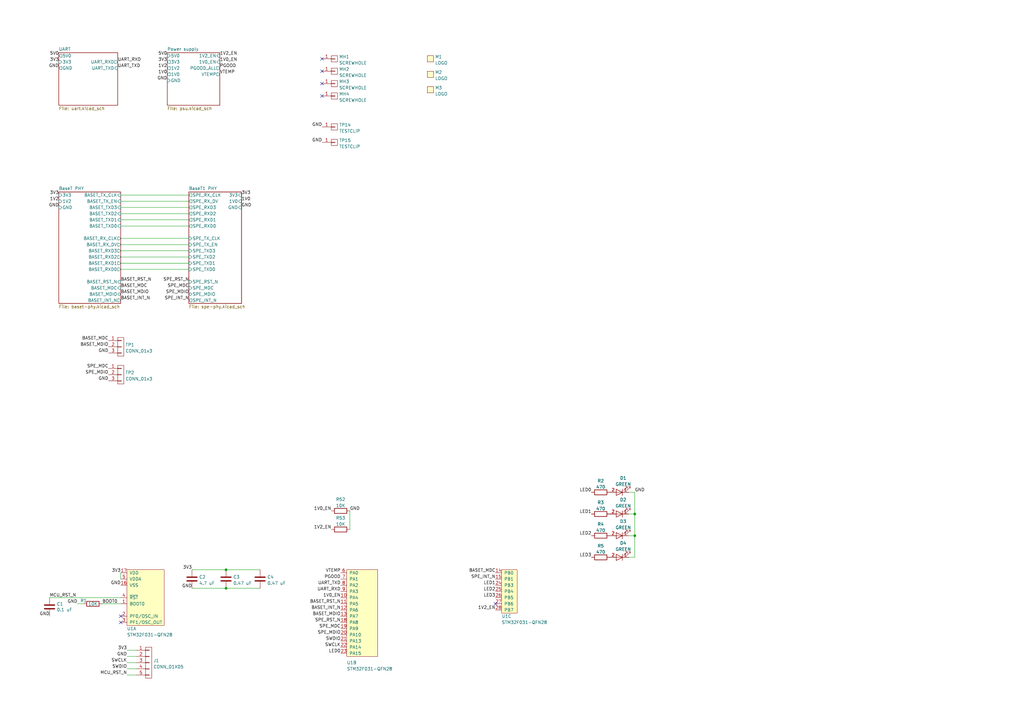
<source format=kicad_sch>
(kicad_sch (version 20211123) (generator eeschema)
  (paper "A3")
  (title_block (title "BaseT to BaseT1 Media Converter") (date "2024-01-28") (rev "0.1") (company "Antikernel Labs") (comment 1 "Andrew D. Zonenberg"))
  (lib_symbols
    (symbol "STM32F031-QFN28_2" (pin_names (offset 1.016))
      (property "Reference" "U" (at 1.27 -1.27 0))
      (property "Value" "STM32F031-QFN28_2" (at 8.89 -3.81 0))
      (symbol "STM32F031-QFN28_2_1_1"
        (rectangle (start 0 22.86) (end 15.24 0) (fill (type background)))
        (pin input line (at -2.54 8.89 0) (length 2.54) (name "BOOT0") (number "1"))
        (pin power_in line (at -2.54 16.51 0) (length 2.54) (name "VSS") (number "16"))
        (pin power_in line (at -2.54 21.59 0) (length 2.54) (name "VDD") (number "17"))
        (pin bidirectional line (at -2.54 3.81 0) (length 2.54) (name "PF0/OSC_IN") (number "2"))
        (pin bidirectional line (at -2.54 1.27 0) (length 2.54) (name "PF1/OSC_OUT") (number "3"))
        (pin input line (at -2.54 11.43 0) (length 2.54) (name "~{RST}") (number "4"))
        (pin power_in line (at -2.54 19.05 0) (length 2.54) (name "VDDA") (number "5"))
      )
      (symbol "STM32F031-QFN28_2_2_1"
        (rectangle (start 0 35.56) (end 12.7 0) (fill (type background)))
        (pin bidirectional line (at -2.54 24.13 0) (length 2.54) (name "PA4") (number "10"))
        (pin bidirectional line (at -2.54 21.59 0) (length 2.54) (name "PA5") (number "11"))
        (pin bidirectional line (at -2.54 19.05 0) (length 2.54) (name "PA6") (number "12"))
        (pin bidirectional line (at -2.54 16.51 0) (length 2.54) (name "PA7") (number "13"))
        (pin bidirectional line (at -2.54 13.97 0) (length 2.54) (name "PA8") (number "18"))
        (pin bidirectional line (at -2.54 11.43 0) (length 2.54) (name "PA9") (number "19"))
        (pin bidirectional line (at -2.54 8.89 0) (length 2.54) (name "PA10") (number "20"))
        (pin bidirectional line (at -2.54 6.35 0) (length 2.54) (name "PA13") (number "21"))
        (pin bidirectional line (at -2.54 3.81 0) (length 2.54) (name "PA14") (number "22"))
        (pin bidirectional line (at -2.54 1.27 0) (length 2.54) (name "PA15") (number "23"))
        (pin bidirectional line (at -2.54 34.29 0) (length 2.54) (name "PA0") (number "6"))
        (pin bidirectional line (at -2.54 31.75 0) (length 2.54) (name "PA1") (number "7"))
        (pin bidirectional line (at -2.54 29.21 0) (length 2.54) (name "PA2") (number "8"))
        (pin bidirectional line (at -2.54 26.67 0) (length 2.54) (name "PA3") (number "9"))
      )
      (symbol "STM32F031-QFN28_2_3_1"
        (rectangle (start 0 17.78) (end 6.35 0) (fill (type background)))
        (pin bidirectional line (at -2.54 16.51 0) (length 2.54) (name "PB0") (number "14"))
        (pin bidirectional line (at -2.54 13.97 0) (length 2.54) (name "PB1") (number "15"))
        (pin bidirectional line (at -2.54 11.43 0) (length 2.54) (name "PB3") (number "24"))
        (pin bidirectional line (at -2.54 8.89 0) (length 2.54) (name "PB4") (number "25"))
        (pin bidirectional line (at -2.54 6.35 0) (length 2.54) (name "PB5") (number "26"))
        (pin bidirectional line (at -2.54 3.81 0) (length 2.54) (name "PB6") (number "27"))
        (pin bidirectional line (at -2.54 1.27 0) (length 2.54) (name "PB7") (number "28"))
      )
    )
    (symbol "conn:CONN_01X01" (pin_names (offset 1.016) hide)
      (property "Reference" "J" (at 0 2.54 0))
      (property "Value" "CONN_01X01" (at 2.54 0 90))
      (symbol "CONN_01X01_0_1"
        (rectangle (start -1.27 0.127) (end 0.254 -0.127))
        (rectangle (start -1.27 1.27) (end 1.27 -1.27))
      )
      (symbol "CONN_01X01_1_1"
        (pin passive line (at -5.08 0 0) (length 3.81) (name "P1") (number "1"))
      )
    )
    (symbol "conn:CONN_01X03" (pin_names (offset 1.016) hide)
      (property "Reference" "J" (at 0 5.08 0))
      (property "Value" "CONN_01X03" (at 2.54 0 90))
      (symbol "CONN_01X03_0_1"
        (rectangle (start -1.27 -2.413) (end 0.254 -2.667))
        (rectangle (start -1.27 0.127) (end 0.254 -0.127))
        (rectangle (start -1.27 2.667) (end 0.254 2.413))
        (rectangle (start -1.27 3.81) (end 1.27 -3.81))
      )
      (symbol "CONN_01X03_1_1"
        (pin passive line (at -5.08 2.54 0) (length 3.81) (name "P1") (number "1"))
        (pin passive line (at -5.08 0 0) (length 3.81) (name "P2") (number "2"))
        (pin passive line (at -5.08 -2.54 0) (length 3.81) (name "P3") (number "3"))
      )
    )
    (symbol "conn:CONN_01X05" (pin_names (offset 1.016) hide)
      (property "Reference" "J" (at 0 7.62 0))
      (property "Value" "CONN_01X05" (at 2.54 0 90))
      (symbol "CONN_01X05_0_1"
        (rectangle (start -1.27 -4.953) (end 0.254 -5.207))
        (rectangle (start -1.27 -2.413) (end 0.254 -2.667))
        (rectangle (start -1.27 0.127) (end 0.254 -0.127))
        (rectangle (start -1.27 2.667) (end 0.254 2.413))
        (rectangle (start -1.27 5.207) (end 0.254 4.953))
        (rectangle (start -1.27 6.35) (end 1.27 -6.35))
      )
      (symbol "CONN_01X05_1_1"
        (pin passive line (at -5.08 5.08 0) (length 3.81) (name "P1") (number "1"))
        (pin passive line (at -5.08 2.54 0) (length 3.81) (name "P2") (number "2"))
        (pin passive line (at -5.08 0 0) (length 3.81) (name "P3") (number "3"))
        (pin passive line (at -5.08 -2.54 0) (length 3.81) (name "P4") (number "4"))
        (pin passive line (at -5.08 -5.08 0) (length 3.81) (name "P5") (number "5"))
      )
    )
    (symbol "device:C" (pin_numbers hide) (pin_names (offset 0.254))
      (property "Reference" "C" (at 0.635 2.54 0))
      (property "Value" "C" (at 0.635 -2.54 0))
      (symbol "C_0_1"
        (polyline (pts (xy -2.032 -0.762) (xy 2.032 -0.762)) (stroke (width 0.508)))
        (polyline (pts (xy -2.032 0.762) (xy 2.032 0.762)) (stroke (width 0.508)))
      )
      (symbol "C_1_1"
        (pin passive line (at 0 3.81 270) (length 2.794) (name "~") (number "1"))
        (pin passive line (at 0 -3.81 90) (length 2.794) (name "~") (number "2"))
      )
    )
    (symbol "device:LED" (pin_names (offset 1.016) hide)
      (property "Reference" "D" (at 0 2.54 0))
      (property "Value" "LED" (at 0 -2.54 0))
      (symbol "LED_0_1"
        (polyline (pts (xy -1.27 -1.27) (xy -1.27 1.27)) (stroke (width 0.2032)))
        (polyline (pts (xy -1.27 0) (xy 1.27 0)))
        (polyline (pts (xy 1.27 -1.27) (xy 1.27 1.27) (xy -1.27 0) (xy 1.27 -1.27)) (stroke (width 0.2032)))
        (polyline (pts (xy -3.048 -0.762) (xy -4.572 -2.286) (xy -3.81 -2.286) (xy -4.572 -2.286) (xy -4.572 -1.524)))
        (polyline (pts (xy -1.778 -0.762) (xy -3.302 -2.286) (xy -2.54 -2.286) (xy -3.302 -2.286) (xy -3.302 -1.524)))
      )
      (symbol "LED_1_1"
        (pin passive line (at -3.81 0 0) (length 2.54) (name "K") (number "1"))
        (pin passive line (at 3.81 0 180) (length 2.54) (name "A") (number "2"))
      )
    )
    (symbol "device:R" (pin_numbers hide) (pin_names (offset 0))
      (property "Reference" "R" (at 2.032 0 90))
      (property "Value" "R" (at 0 0 90))
      (symbol "R_0_1"
        (rectangle (start -1.016 -2.54) (end 1.016 2.54) (stroke (width 0.254)))
      )
      (symbol "R_1_1"
        (pin passive line (at 0 3.81 270) (length 1.27) (name "~") (number "1"))
        (pin passive line (at 0 -3.81 90) (length 1.27) (name "~") (number "2"))
      )
    )
    (symbol "special-azonenberg:MECHANICAL" (pin_names (offset 1.016))
      (property "Reference" "M" (at 0 -2.54 0))
      (property "Value" "MECHANICAL" (at 0 -5.08 0))
      (symbol "MECHANICAL_0_1"
        (rectangle (start 0 1.27) (end 2.54 -1.27) (fill (type background)))
      )
    )
    (symbol "st-azonenberg:STM32F031-QFN28" (pin_names (offset 1.016))
      (property "Reference" "U" (at 1.27 -1.27 0))
      (property "Value" "STM32F031-QFN28" (at 8.89 -3.81 0))
      (symbol "STM32F031-QFN28_1_1"
        (rectangle (start 0 22.86) (end 15.24 0) (fill (type background)))
        (pin input line (at -2.54 8.89 0) (length 2.54) (name "BOOT0") (number "1"))
        (pin power_in line (at -2.54 16.51 0) (length 2.54) (name "VSS") (number "16"))
        (pin power_in line (at -2.54 21.59 0) (length 2.54) (name "VDD") (number "17"))
        (pin bidirectional line (at -2.54 3.81 0) (length 2.54) (name "PF0/OSC_IN") (number "2"))
        (pin bidirectional line (at -2.54 1.27 0) (length 2.54) (name "PF1/OSC_OUT") (number "3"))
        (pin input line (at -2.54 11.43 0) (length 2.54) (name "~{RST}") (number "4"))
        (pin power_in line (at -2.54 19.05 0) (length 2.54) (name "VDDA") (number "5"))
      )
      (symbol "STM32F031-QFN28_2_1"
        (rectangle (start 0 35.56) (end 12.7 0) (fill (type background)))
        (pin bidirectional line (at -2.54 24.13 0) (length 2.54) (name "PA4") (number "10"))
        (pin bidirectional line (at -2.54 21.59 0) (length 2.54) (name "PA5") (number "11"))
        (pin bidirectional line (at -2.54 19.05 0) (length 2.54) (name "PA6") (number "12"))
        (pin bidirectional line (at -2.54 16.51 0) (length 2.54) (name "PA7") (number "13"))
        (pin bidirectional line (at -2.54 13.97 0) (length 2.54) (name "PA8") (number "18"))
        (pin bidirectional line (at -2.54 11.43 0) (length 2.54) (name "PA9") (number "19"))
        (pin bidirectional line (at -2.54 8.89 0) (length 2.54) (name "PA10") (number "20"))
        (pin bidirectional line (at -2.54 6.35 0) (length 2.54) (name "PA13") (number "21"))
        (pin bidirectional line (at -2.54 3.81 0) (length 2.54) (name "PA14") (number "22"))
        (pin bidirectional line (at -2.54 1.27 0) (length 2.54) (name "PA15") (number "23"))
        (pin bidirectional line (at -2.54 34.29 0) (length 2.54) (name "PA0") (number "6"))
        (pin bidirectional line (at -2.54 31.75 0) (length 2.54) (name "PA1") (number "7"))
        (pin bidirectional line (at -2.54 29.21 0) (length 2.54) (name "PA2") (number "8"))
        (pin bidirectional line (at -2.54 26.67 0) (length 2.54) (name "PA3") (number "9"))
      )
      (symbol "STM32F031-QFN28_3_1"
        (rectangle (start 0 17.78) (end 6.35 0) (fill (type background)))
        (pin bidirectional line (at -2.54 16.51 0) (length 2.54) (name "PB0") (number "14"))
        (pin bidirectional line (at -2.54 13.97 0) (length 2.54) (name "PB1") (number "15"))
        (pin bidirectional line (at -2.54 11.43 0) (length 2.54) (name "PB3") (number "24"))
        (pin bidirectional line (at -2.54 8.89 0) (length 2.54) (name "PB4") (number "25"))
        (pin bidirectional line (at -2.54 6.35 0) (length 2.54) (name "PB5") (number "26"))
        (pin bidirectional line (at -2.54 3.81 0) (length 2.54) (name "PB6") (number "27"))
        (pin bidirectional line (at -2.54 1.27 0) (length 2.54) (name "PB7") (number "28"))
      )
    )
  )
  (junction (at 92.71 241.3))
  (junction (at 260.35 210.82))
  (junction (at 92.71 233.68))
  (junction (at 260.35 219.71))
  (no_connect (at 132.08 34.29))
  (no_connect (at 132.08 29.21))
  (no_connect (at 49.53 255.27))
  (no_connect (at 132.08 39.37))
  (no_connect (at 132.08 24.13))
  (no_connect (at 49.53 252.73))
  (no_connect (at 203.2 247.65))
  (wire (pts (xy 49.53 90.17) (xy 77.47 90.17)))
  (wire (pts (xy 41.91 247.65) (xy 49.53 247.65)))
  (wire (pts (xy 52.07 276.86) (xy 55.88 276.86)))
  (wire (pts (xy 49.53 87.63) (xy 77.47 87.63)))
  (wire (pts (xy 49.53 97.79) (xy 77.47 97.79)))
  (wire (pts (xy 20.32 245.11) (xy 49.53 245.11)))
  (wire (pts (xy 92.71 241.3) (xy 106.68 241.3)))
  (wire (pts (xy 52.07 271.78) (xy 55.88 271.78)))
  (wire (pts (xy 49.53 110.49) (xy 77.47 110.49)))
  (wire (pts (xy 49.53 82.55) (xy 77.47 82.55)))
  (wire (pts (xy 92.71 233.68) (xy 106.68 233.68)))
  (wire (pts (xy 49.53 100.33) (xy 77.47 100.33)))
  (wire (pts (xy 49.53 92.71) (xy 77.47 92.71)))
  (wire (pts (xy 49.53 102.87) (xy 77.47 102.87)))
  (wire (pts (xy 260.35 228.6) (xy 260.35 219.71)))
  (wire (pts (xy 143.51 209.55) (xy 143.51 217.17)))
  (wire (pts (xy 257.81 228.6) (xy 260.35 228.6)))
  (wire (pts (xy 78.74 241.3) (xy 92.71 241.3)))
  (wire (pts (xy 52.07 266.7) (xy 55.88 266.7)))
  (wire (pts (xy 257.81 201.93) (xy 260.35 201.93)))
  (wire (pts (xy 49.53 105.41) (xy 77.47 105.41)))
  (wire (pts (xy 49.53 107.95) (xy 77.47 107.95)))
  (wire (pts (xy 257.81 219.71) (xy 260.35 219.71)))
  (wire (pts (xy 260.35 210.82) (xy 260.35 201.93)))
  (wire (pts (xy 52.07 269.24) (xy 55.88 269.24)))
  (wire (pts (xy 31.75 247.65) (xy 34.29 247.65)))
  (wire (pts (xy 257.81 210.82) (xy 260.35 210.82)))
  (wire (pts (xy 49.53 234.95) (xy 49.53 237.49)))
  (wire (pts (xy 260.35 219.71) (xy 260.35 210.82)))
  (wire (pts (xy 52.07 274.32) (xy 55.88 274.32)))
  (wire (pts (xy 49.53 80.01) (xy 77.47 80.01)))
  (wire (pts (xy 78.74 233.68) (xy 92.71 233.68)))
  (wire (pts (xy 49.53 85.09) (xy 77.47 85.09)))
  (label "BASET_RST_N" (at 49.53 115.57 0))
  (label "5V0" (at 24.13 22.86 180))
  (label "GND" (at 132.08 52.07 180))
  (label "MCU_RST_N" (at 52.07 276.86 180))
  (label "3V3" (at 52.07 266.7 180))
  (label "BASET_MDIO" (at 49.53 120.65 0))
  (label "GND" (at 20.32 252.73 180))
  (label "GND" (at 143.51 209.55 0))
  (label "1V0" (at 68.58 30.48 180))
  (label "SPE_MDIO" (at 44.45 153.67 180))
  (label "GND" (at 132.08 58.42 180))
  (label "GND" (at 99.06 85.09 0))
  (label "3V3" (at 68.58 25.4 180))
  (label "GND" (at 68.58 33.02 180))
  (label "3V3" (at 49.53 234.95 180))
  (label "SWDIO" (at 139.7 262.89 180))
  (label "1V2" (at 24.13 82.55 180))
  (label "GND" (at 44.45 144.78 180))
  (label "SPE_INT_N" (at 77.47 123.19 180))
  (label "SPE_MDC" (at 77.47 118.11 180))
  (label "GND" (at 44.45 156.21 180))
  (label "SPE_MDIO" (at 77.47 120.65 180))
  (label "MCU_RST_N" (at 20.32 245.11 0))
  (label "SWCLK" (at 139.7 265.43 180))
  (label "SWCLK" (at 52.07 271.78 180))
  (label "1V0_EN" (at 139.7 245.11 180))
  (label "1V2_EN" (at 203.2 250.19 180))
  (label "SPE_INT_N" (at 203.2 237.49 180))
  (label "GND" (at 52.07 269.24 180))
  (label "BASET_INT_N" (at 139.7 250.19 180))
  (label "SPE_MDIO" (at 139.7 260.35 180))
  (label "UART_RXD" (at 139.7 242.57 180))
  (label "1V2_EN" (at 90.17 22.86 0))
  (label "GND" (at 24.13 27.94 180))
  (label "LED1" (at 242.57 210.82 180))
  (label "BASET_MDC" (at 49.53 118.11 0))
  (label "1V0_EN" (at 135.89 209.55 180))
  (label "BOOT0" (at 41.91 247.65 0))
  (label "BASET_INT_N" (at 49.53 123.19 0))
  (label "LED2" (at 203.2 242.57 180))
  (label "UART_RXD" (at 48.26 25.4 0))
  (label "SPE_RST_N" (at 77.47 115.57 180))
  (label "SPE_RST_N" (at 139.7 255.27 180))
  (label "3V3" (at 24.13 80.01 180))
  (label "GND" (at 260.35 201.93 0))
  (label "VTEMP" (at 139.7 234.95 180))
  (label "1V2" (at 68.58 27.94 180))
  (label "BASET_MDC" (at 44.45 139.7 180))
  (label "PGOOD" (at 139.7 237.49 180))
  (label "GND" (at 24.13 85.09 180))
  (label "1V0" (at 99.06 82.55 0))
  (label "BASET_RST_N" (at 139.7 247.65 180))
  (label "GND" (at 31.75 247.65 180))
  (label "1V0_EN" (at 90.17 25.4 0))
  (label "3V3" (at 24.13 25.4 180))
  (label "LED0" (at 139.7 267.97 180))
  (label "LED2" (at 242.57 219.71 180))
  (label "BASET_MDIO" (at 44.45 142.24 180))
  (label "3V3" (at 99.06 80.01 0))
  (label "UART_TXD" (at 139.7 240.03 180))
  (label "VTEMP" (at 90.17 30.48 0))
  (label "LED1" (at 203.2 240.03 180))
  (label "GND" (at 49.53 240.03 180))
  (label "LED3" (at 203.2 245.11 180))
  (label "PGOOD" (at 90.17 27.94 0))
  (label "UART_TXD" (at 48.26 27.94 0))
  (label "BASET_MDIO" (at 139.7 252.73 180))
  (label "LED3" (at 242.57 228.6 180))
  (label "SPE_MDC" (at 139.7 257.81 180))
  (label "LED0" (at 242.57 201.93 180))
  (label "BASET_MDC" (at 203.2 234.95 180))
  (label "SPE_MDC" (at 44.45 151.13 180))
  (label "5V0" (at 68.58 22.86 180))
  (label "SWDIO" (at 52.07 274.32 180))
  (label "1V2_EN" (at 135.89 217.17 180))
  (label "GND" (at 78.74 241.3 180))
  (label "3V3" (at 78.74 233.68 180))
  (symbol (lib_id "device:R") (at 139.7 209.55 90) (unit 1)
    (property "Reference" "R52" (at 139.7 204.8342 90))
    (property "Value" "10K" (at 139.7 207.3711 90))
    (property "Footprint" "azonenberg_pcb:EIA_0402_RES_NOSILK" (effects hide))
  )
  (symbol (lib_id "conn:CONN_01X01") (at 137.16 29.21 0) (unit 1)
    (property "Reference" "MH2" (at 139.065 28.3753 0) (effects (justify left)))
    (property "Value" "SCREWHOLE" (at 139.065 30.9122 0) (effects (justify left)))
    (property "Footprint" "azonenberg_pcb:MECHANICAL_CLEARANCEHOLE_4_40" (effects hide))
  )
  (symbol (lib_id "device:LED") (at 254 210.82 180) (unit 1)
    (property "Reference" "D2" (at 255.6002 204.9612 0))
    (property "Value" "GREEN" (at 255.6002 207.4981 0))
    (property "Footprint" "azonenberg_pcb:EIA_0603_LED" (effects hide))
  )
  (symbol (lib_id "device:C") (at 78.74 237.49 0) (unit 1)
    (property "Reference" "C2" (at 81.661 236.6553 0) (effects (justify left)))
    (property "Value" "4.7 uF" (at 81.661 239.1922 0) (effects (justify left)))
    (property "Footprint" "azonenberg_pcb:EIA_0603_CAP_NOSILK" (effects hide))
  )
  (symbol (lib_id "device:C") (at 106.68 237.49 0) (unit 1)
    (property "Reference" "C4" (at 109.601 236.6553 0) (effects (justify left)))
    (property "Value" "0.47 uF" (at 109.601 239.1922 0) (effects (justify left)))
    (property "Footprint" "azonenberg_pcb:EIA_0402_CAP_NOSILK" (effects hide))
  )
  (symbol (lib_name "STM32F031-QFN28_2") (lib_id "st-azonenberg:STM32F031-QFN28") (at 52.07 256.54 0) (unit 1)
    (property "Reference" "U1" (at 52.07 257.81 0) (effects (justify left)))
    (property "Value" "STM32F031-QFN28" (at 52.07 260.3469 0) (effects (justify left)))
    (property "Footprint" "azonenberg_pcb:QFN_28_0.5MM_4x4MM_NOPAD" (effects hide))
  )
  (symbol (lib_id "conn:CONN_01X03") (at 49.53 153.67 0) (unit 1)
    (property "Reference" "TP2" (at 51.435 152.8353 0) (effects (justify left)))
    (property "Value" "CONN_01x3" (at 51.435 155.3722 0) (effects (justify left)))
    (property "Footprint" "azonenberg_pcb:CONN_HEADER_2.54MM_1x3" (effects hide))
  )
  (symbol (lib_id "device:R") (at 246.38 228.6 90) (unit 1)
    (property "Reference" "R5" (at 246.38 223.8842 90))
    (property "Value" "470" (at 246.38 226.4211 90))
    (property "Footprint" "azonenberg_pcb:EIA_0402_RES_NOSILK" (effects hide))
  )
  (symbol (lib_id "conn:CONN_01X01") (at 137.16 34.29 0) (unit 1)
    (property "Reference" "MH3" (at 139.065 33.4553 0) (effects (justify left)))
    (property "Value" "SCREWHOLE" (at 139.065 35.9922 0) (effects (justify left)))
    (property "Footprint" "azonenberg_pcb:MECHANICAL_CLEARANCEHOLE_4_40" (effects hide))
  )
  (symbol (lib_id "conn:CONN_01X01") (at 137.16 39.37 0) (unit 1)
    (property "Reference" "MH4" (at 139.065 38.5353 0) (effects (justify left)))
    (property "Value" "SCREWHOLE" (at 139.065 41.0722 0) (effects (justify left)))
    (property "Footprint" "azonenberg_pcb:MECHANICAL_CLEARANCEHOLE_4_40" (effects hide))
  )
  (symbol (lib_id "device:R") (at 246.38 210.82 90) (unit 1)
    (property "Reference" "R3" (at 246.38 206.1042 90))
    (property "Value" "470" (at 246.38 208.6411 90))
    (property "Footprint" "azonenberg_pcb:EIA_0402_RES_NOSILK" (effects hide))
  )
  (symbol (lib_id "conn:CONN_01X05") (at 60.96 271.78 0) (unit 1)
    (property "Reference" "J1" (at 62.865 270.9453 0) (effects (justify left)))
    (property "Value" "CONN_01X05" (at 62.865 273.4822 0) (effects (justify left)))
    (property "Footprint" "azonenberg_pcb:CONN_HEADER_2.54MM_1x5" (effects hide))
  )
  (symbol (lib_id "special-azonenberg:MECHANICAL") (at 175.26 30.48 0) (unit 1)
    (property "Reference" "M2" (at 178.435 29.6453 0) (effects (justify left)))
    (property "Value" "LOGO" (at 178.435 32.1822 0) (effects (justify left)))
    (property "Footprint" "w_logo:Logo_silk_WEEE_3.4x5mm" (effects hide))
  )
  (symbol (lib_id "device:C") (at 92.71 237.49 0) (unit 1)
    (property "Reference" "C3" (at 95.631 236.6553 0) (effects (justify left)))
    (property "Value" "0.47 uF" (at 95.631 239.1922 0) (effects (justify left)))
    (property "Footprint" "azonenberg_pcb:EIA_0402_CAP_NOSILK" (effects hide))
  )
  (symbol (lib_id "conn:CONN_01X01") (at 137.16 58.42 0) (unit 1)
    (property "Reference" "TP15" (at 139.065 57.5853 0) (effects (justify left)))
    (property "Value" "TESTCLIP" (at 139.065 60.1222 0) (effects (justify left)))
    (property "Footprint" "azonenberg_pcb:TESTPOINT_SMT_KEYSTONE_5016" (effects hide))
  )
  (symbol (lib_id "conn:CONN_01X01") (at 137.16 24.13 0) (unit 1)
    (property "Reference" "MH1" (at 139.065 23.2953 0) (effects (justify left)))
    (property "Value" "SCREWHOLE" (at 139.065 25.8322 0) (effects (justify left)))
    (property "Footprint" "azonenberg_pcb:MECHANICAL_CLEARANCEHOLE_4_40" (effects hide))
  )
  (symbol (lib_id "conn:CONN_01X03") (at 49.53 142.24 0) (unit 1)
    (property "Reference" "TP1" (at 51.435 141.4053 0) (effects (justify left)))
    (property "Value" "CONN_01x3" (at 51.435 143.9422 0) (effects (justify left)))
    (property "Footprint" "azonenberg_pcb:CONN_HEADER_2.54MM_1x3" (effects hide))
  )
  (symbol (lib_id "device:LED") (at 254 228.6 180) (unit 1)
    (property "Reference" "D4" (at 255.6002 222.7412 0))
    (property "Value" "GREEN" (at 255.6002 225.2781 0))
    (property "Footprint" "azonenberg_pcb:EIA_0603_LED" (effects hide))
  )
  (symbol (lib_id "device:R") (at 139.7 217.17 90) (unit 1)
    (property "Reference" "R53" (at 139.7 212.4542 90))
    (property "Value" "10K" (at 139.7 214.9911 90))
    (property "Footprint" "azonenberg_pcb:EIA_0402_RES_NOSILK" (effects hide))
  )
  (symbol (lib_id "st-azonenberg:STM32F031-QFN28") (at 142.24 269.24 0) (unit 2)
    (property "Reference" "U1" (at 142.24 271.78 0) (effects (justify left)))
    (property "Value" "STM32F031-QFN28" (at 142.24 274.3169 0) (effects (justify left)))
    (property "Footprint" "azonenberg_pcb:QFN_28_0.5MM_4x4MM_NOPAD" (effects hide))
  )
  (symbol (lib_id "device:R") (at 38.1 247.65 270) (unit 1)
    (property "Reference" "R1" (at 34.29 246.38 90))
    (property "Value" "10K" (at 38.1 247.65 90))
    (property "Footprint" "azonenberg_pcb:EIA_0402_RES_NOSILK" (effects hide))
  )
  (symbol (lib_id "special-azonenberg:MECHANICAL") (at 175.26 24.13 0) (unit 1)
    (property "Reference" "M1" (at 178.435 23.2953 0) (effects (justify left)))
    (property "Value" "LOGO" (at 178.435 25.8322 0) (effects (justify left)))
    (property "Footprint" "azonenberg_pcb:LONGTHING-1200DPI" (effects hide))
  )
  (symbol (lib_id "st-azonenberg:STM32F031-QFN28") (at 205.74 251.46 0) (unit 3)
    (property "Reference" "U1" (at 205.74 252.7331 0) (effects (justify left)))
    (property "Value" "STM32F031-QFN28" (at 205.74 255.27 0) (effects (justify left)))
    (property "Footprint" "azonenberg_pcb:QFN_28_0.5MM_4x4MM_NOPAD" (effects hide))
  )
  (symbol (lib_id "device:C") (at 20.32 248.92 0) (unit 1)
    (property "Reference" "C1" (at 23.241 247.7516 0) (effects (justify left)))
    (property "Value" "0.1 uF" (at 23.241 250.063 0) (effects (justify left)))
    (property "Footprint" "azonenberg_pcb:EIA_0402_CAP_NOSILK" (effects hide))
  )
  (symbol (lib_id "device:LED") (at 254 219.71 180) (unit 1)
    (property "Reference" "D3" (at 255.6002 213.8512 0))
    (property "Value" "GREEN" (at 255.6002 216.3881 0))
    (property "Footprint" "azonenberg_pcb:EIA_0603_LED" (effects hide))
  )
  (symbol (lib_id "device:R") (at 246.38 219.71 90) (unit 1)
    (property "Reference" "R4" (at 246.38 214.9942 90))
    (property "Value" "470" (at 246.38 217.5311 90))
    (property "Footprint" "azonenberg_pcb:EIA_0402_RES_NOSILK" (effects hide))
  )
  (symbol (lib_id "conn:CONN_01X01") (at 137.16 52.07 0) (unit 1)
    (property "Reference" "TP14" (at 139.065 51.2353 0) (effects (justify left)))
    (property "Value" "TESTCLIP" (at 139.065 53.7722 0) (effects (justify left)))
    (property "Footprint" "azonenberg_pcb:TESTPOINT_SMT_KEYSTONE_5016" (effects hide))
  )
  (symbol (lib_id "special-azonenberg:MECHANICAL") (at 175.26 36.83 0) (unit 1)
    (property "Reference" "M3" (at 178.435 35.9953 0) (effects (justify left)))
    (property "Value" "LOGO" (at 178.435 38.5322 0) (effects (justify left)))
    (property "Footprint" "w_logo:Logo_silk_OSHW_6x6mm" (effects hide))
  )
  (symbol (lib_id "device:LED") (at 254 201.93 180) (unit 1)
    (property "Reference" "D1" (at 255.6002 196.0712 0))
    (property "Value" "GREEN" (at 255.6002 198.6081 0))
    (property "Footprint" "azonenberg_pcb:EIA_0603_LED" (effects hide))
  )
  (symbol (lib_id "device:R") (at 246.38 201.93 90) (unit 1)
    (property "Reference" "R2" (at 246.38 197.2142 90))
    (property "Value" "470" (at 246.38 199.7511 90))
    (property "Footprint" "azonenberg_pcb:EIA_0402_RES_NOSILK" (effects hide))
  )
  (sheet (at 24.13 78.74) (size 25.4 45.72) (stroke (width 0.1524))
    (property "Sheet name" "BaseT PHY" (at 24.13 78.0284 0) (effects (justify left bottom)))
    (property "Sheet file" "baset-phy.kicad_sch" (at 24.13 125.0446 0) (effects (justify left top)))
    (pin "1V2" input (at 24.13 82.55 180))
    (pin "3V3" input (at 24.13 80.01 180))
    (pin "BASET_TXD2" input (at 49.53 87.63 0))
    (pin "BASET_TXD1" input (at 49.53 90.17 0))
    (pin "BASET_TXD3" input (at 49.53 85.09 0))
    (pin "BASET_TX_CLK" input (at 49.53 80.01 0))
    (pin "BASET_TX_EN" input (at 49.53 82.55 0))
    (pin "BASET_RXD1" output (at 49.53 107.95 0))
    (pin "BASET_RXD3" output (at 49.53 102.87 0))
    (pin "BASET_RXD2" output (at 49.53 105.41 0))
    (pin "BASET_RXD0" output (at 49.53 110.49 0))
    (pin "BASET_RX_DV" output (at 49.53 100.33 0))
    (pin "BASET_RX_CLK" output (at 49.53 97.79 0))
    (pin "BASET_MDC" input (at 49.53 118.11 0))
    (pin "BASET_RST_N" input (at 49.53 115.57 0))
    (pin "BASET_MDIO" bidirectional (at 49.53 120.65 0))
    (pin "GND" input (at 24.13 85.09 180))
    (pin "BASET_TXD0" input (at 49.53 92.71 0))
    (pin "BASET_INT_N" output (at 49.53 123.19 0))
  )
  (sheet (at 24.13 21.59) (size 24.13 21.59) (stroke (width 0.1524))
    (property "Sheet name" "UART" (at 24.13 20.8784 0) (effects (justify left bottom)))
    (property "Sheet file" "uart.kicad_sch" (at 24.13 43.7646 0) (effects (justify left top)))
    (pin "3V3" input (at 24.13 25.4 180))
    (pin "UART_RXD" output (at 48.26 25.4 0))
    (pin "UART_TXD" input (at 48.26 27.94 0))
    (pin "5V0" output (at 24.13 22.86 180))
    (pin "GND" output (at 24.13 27.94 180))
  )
  (sheet (at 77.47 78.74) (size 21.59 45.72) (stroke (width 0.1524))
    (property "Sheet name" "BaseT1 PHY" (at 77.47 78.0284 0) (effects (justify left bottom)))
    (property "Sheet file" "spe-phy.kicad_sch" (at 77.47 125.0446 0) (effects (justify left top)))
    (pin "SPE_RST_N" input (at 77.47 115.57 180))
    (pin "SPE_MDC" input (at 77.47 118.11 180))
    (pin "SPE_MDIO" bidirectional (at 77.47 120.65 180))
    (pin "1V0" input (at 99.06 82.55 0))
    (pin "3V3" input (at 99.06 80.01 0))
    (pin "GND" input (at 99.06 85.09 0))
    (pin "SPE_TX_CLK" input (at 77.47 97.79 180))
    (pin "SPE_TX_EN" input (at 77.47 100.33 180))
    (pin "SPE_TXD0" input (at 77.47 110.49 180))
    (pin "SPE_TXD1" input (at 77.47 107.95 180))
    (pin "SPE_TXD2" input (at 77.47 105.41 180))
    (pin "SPE_TXD3" input (at 77.47 102.87 180))
    (pin "SPE_RX_CLK" output (at 77.47 80.01 180))
    (pin "SPE_RX_DV" output (at 77.47 82.55 180))
    (pin "SPE_RXD0" output (at 77.47 92.71 180))
    (pin "SPE_RXD1" output (at 77.47 90.17 180))
    (pin "SPE_RXD2" output (at 77.47 87.63 180))
    (pin "SPE_RXD3" output (at 77.47 85.09 180))
    (pin "SPE_INT_N" output (at 77.47 123.19 180))
  )
  (sheet (at 68.58 21.59) (size 21.59 21.59) (stroke (width 0.1524))
    (property "Sheet name" "Power supply" (at 68.58 20.8784 0) (effects (justify left bottom)))
    (property "Sheet file" "psu.kicad_sch" (at 68.58 43.7646 0) (effects (justify left top)))
    (pin "1V0" output (at 68.58 30.48 180))
    (pin "1V2" output (at 68.58 27.94 180))
    (pin "3V3" output (at 68.58 25.4 180))
    (pin "5V0" input (at 68.58 22.86 180))
    (pin "1V2_EN" input (at 90.17 22.86 0))
    (pin "1V0_EN" input (at 90.17 25.4 0))
    (pin "PGOOD_ALL" output (at 90.17 27.94 0))
    (pin "VTEMP" output (at 90.17 30.48 0))
    (pin "GND" input (at 68.58 33.02 180))
  )
)
</source>
